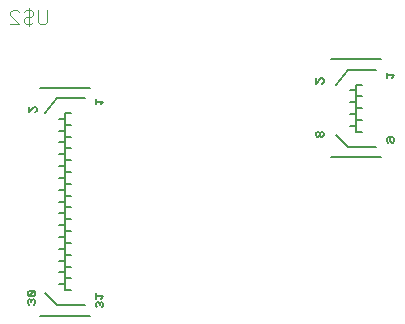
<source format=gbo>
G75*
%MOIN*%
%OFA0B0*%
%FSLAX25Y25*%
%IPPOS*%
%LPD*%
%AMOC8*
5,1,8,0,0,1.08239X$1,22.5*
%
%ADD10C,0.00500*%
%ADD11C,0.00400*%
%ADD12C,0.00600*%
D10*
X0128526Y0027983D02*
X0145061Y0027983D01*
X0143408Y0031527D02*
X0134117Y0031527D01*
X0130180Y0035464D01*
X0134825Y0038417D02*
X0136794Y0038417D01*
X0136794Y0040385D01*
X0138762Y0040385D01*
X0136794Y0040385D02*
X0136794Y0042354D01*
X0134825Y0042354D01*
X0136794Y0042354D02*
X0136794Y0044322D01*
X0138762Y0044322D01*
X0136794Y0044322D02*
X0136794Y0046291D01*
X0134825Y0046291D01*
X0136794Y0046291D02*
X0136794Y0048259D01*
X0138762Y0048259D01*
X0136794Y0048259D02*
X0136794Y0050228D01*
X0134825Y0050228D01*
X0136794Y0050228D02*
X0136794Y0052196D01*
X0138762Y0052196D01*
X0136794Y0052196D02*
X0136794Y0054165D01*
X0134825Y0054165D01*
X0136794Y0054165D02*
X0136794Y0056133D01*
X0138762Y0056133D01*
X0136794Y0056133D02*
X0136794Y0058102D01*
X0134825Y0058102D01*
X0136794Y0058102D02*
X0136794Y0060070D01*
X0138762Y0060070D01*
X0136794Y0060070D02*
X0136794Y0062039D01*
X0134825Y0062039D01*
X0136794Y0062039D02*
X0136794Y0064007D01*
X0138762Y0064007D01*
X0136794Y0064007D02*
X0136794Y0065976D01*
X0134825Y0065976D01*
X0136794Y0065976D02*
X0136794Y0067944D01*
X0138762Y0067944D01*
X0136794Y0067944D02*
X0136794Y0069913D01*
X0134825Y0069913D01*
X0136794Y0069913D02*
X0136794Y0071881D01*
X0138762Y0071881D01*
X0136794Y0071881D02*
X0136794Y0073850D01*
X0134825Y0073850D01*
X0136794Y0073850D02*
X0136794Y0075818D01*
X0138762Y0075818D01*
X0136794Y0075818D02*
X0136794Y0077787D01*
X0134825Y0077787D01*
X0136794Y0077787D02*
X0136794Y0079755D01*
X0138762Y0079755D01*
X0136794Y0079755D02*
X0136794Y0081724D01*
X0134825Y0081724D01*
X0136794Y0081724D02*
X0136794Y0083692D01*
X0138762Y0083692D01*
X0136794Y0083692D02*
X0136794Y0085661D01*
X0134825Y0085661D01*
X0136794Y0085661D02*
X0136794Y0087629D01*
X0138762Y0087629D01*
X0136794Y0087629D02*
X0136794Y0089598D01*
X0134825Y0089598D01*
X0136794Y0089598D02*
X0136794Y0091566D01*
X0138762Y0091566D01*
X0136794Y0091566D02*
X0136794Y0093535D01*
X0134825Y0093535D01*
X0136794Y0093535D02*
X0136794Y0095503D01*
X0138762Y0095503D01*
X0134117Y0100424D02*
X0130180Y0095503D01*
X0134117Y0100424D02*
X0143408Y0100424D01*
X0145061Y0103968D02*
X0128526Y0103968D01*
X0136794Y0038417D02*
X0136794Y0036448D01*
X0138762Y0036448D01*
X0225504Y0080771D02*
X0242039Y0080771D01*
X0240386Y0084314D02*
X0231094Y0084314D01*
X0227157Y0088251D01*
X0231803Y0091204D02*
X0233772Y0091204D01*
X0233772Y0093172D01*
X0235740Y0093172D01*
X0233772Y0093172D02*
X0233772Y0095141D01*
X0231803Y0095141D01*
X0233772Y0095141D02*
X0233772Y0097109D01*
X0235740Y0097109D01*
X0233772Y0097109D02*
X0233772Y0099078D01*
X0231803Y0099078D01*
X0233772Y0099078D02*
X0233772Y0101046D01*
X0235740Y0101046D01*
X0233772Y0101046D02*
X0233772Y0103015D01*
X0231803Y0103015D01*
X0233772Y0103015D02*
X0233772Y0104983D01*
X0235740Y0104983D01*
X0231094Y0109905D02*
X0227157Y0104983D01*
X0231094Y0109905D02*
X0240386Y0109905D01*
X0242039Y0113448D02*
X0225504Y0113448D01*
X0233772Y0091204D02*
X0233772Y0089235D01*
X0235740Y0089235D01*
D11*
X0130754Y0125928D02*
X0129986Y0125161D01*
X0128452Y0125161D01*
X0127684Y0125928D01*
X0127684Y0129765D01*
X0126150Y0128997D02*
X0125382Y0129765D01*
X0123848Y0129765D01*
X0123080Y0128997D01*
X0121546Y0128997D02*
X0120778Y0129765D01*
X0119244Y0129765D01*
X0118476Y0128997D01*
X0118476Y0128230D01*
X0121546Y0125161D01*
X0118476Y0125161D01*
X0123080Y0125928D02*
X0123848Y0125161D01*
X0125382Y0125161D01*
X0126150Y0125928D01*
X0125382Y0127463D02*
X0126150Y0128230D01*
X0126150Y0128997D01*
X0125382Y0127463D02*
X0123848Y0127463D01*
X0123080Y0126695D01*
X0123080Y0125928D01*
X0124615Y0124393D02*
X0124615Y0130532D01*
X0130754Y0129765D02*
X0130754Y0125928D01*
D12*
X0124239Y0032024D02*
X0124673Y0031591D01*
X0124239Y0032024D02*
X0124239Y0032892D01*
X0124673Y0033325D01*
X0125107Y0033325D01*
X0125540Y0032892D01*
X0125540Y0032458D01*
X0125540Y0032892D02*
X0125974Y0033325D01*
X0126408Y0033325D01*
X0126842Y0032892D01*
X0126842Y0032024D01*
X0126408Y0031591D01*
X0126408Y0034537D02*
X0124673Y0034537D01*
X0126408Y0036272D01*
X0124673Y0036272D01*
X0124239Y0035838D01*
X0124239Y0034971D01*
X0124673Y0034537D01*
X0126408Y0034537D02*
X0126842Y0034971D01*
X0126842Y0035838D01*
X0126408Y0036272D01*
X0146936Y0035347D02*
X0146936Y0033612D01*
X0146936Y0034479D02*
X0149538Y0034479D01*
X0148671Y0033612D01*
X0148671Y0032400D02*
X0148237Y0031966D01*
X0147804Y0032400D01*
X0147370Y0032400D01*
X0146936Y0031966D01*
X0146936Y0031099D01*
X0147370Y0030665D01*
X0148237Y0031533D02*
X0148237Y0031966D01*
X0148671Y0032400D02*
X0149105Y0032400D01*
X0149538Y0031966D01*
X0149538Y0031099D01*
X0149105Y0030665D01*
X0220292Y0088001D02*
X0220726Y0087567D01*
X0221160Y0087567D01*
X0221593Y0088001D01*
X0221593Y0088868D01*
X0221160Y0089302D01*
X0220726Y0089302D01*
X0220292Y0088868D01*
X0220292Y0088001D01*
X0221593Y0088001D02*
X0222027Y0087567D01*
X0222461Y0087567D01*
X0222894Y0088001D01*
X0222894Y0088868D01*
X0222461Y0089302D01*
X0222027Y0089302D01*
X0221593Y0088868D01*
X0243914Y0086900D02*
X0244348Y0087333D01*
X0246083Y0087333D01*
X0246516Y0086900D01*
X0246516Y0086032D01*
X0246083Y0085598D01*
X0245649Y0085598D01*
X0245215Y0086032D01*
X0245215Y0087333D01*
X0243914Y0086900D02*
X0243914Y0086032D01*
X0244348Y0085598D01*
X0222894Y0105717D02*
X0222461Y0105283D01*
X0222894Y0105717D02*
X0222894Y0106585D01*
X0222461Y0107018D01*
X0222027Y0107018D01*
X0220292Y0105283D01*
X0220292Y0107018D01*
X0243914Y0107252D02*
X0243914Y0108987D01*
X0243914Y0108119D02*
X0246516Y0108119D01*
X0245649Y0107252D01*
X0149538Y0099210D02*
X0148671Y0098343D01*
X0149538Y0099210D02*
X0146936Y0099210D01*
X0146936Y0098343D02*
X0146936Y0100077D01*
X0127235Y0097144D02*
X0127235Y0096276D01*
X0126802Y0095843D01*
X0127235Y0097144D02*
X0126802Y0097577D01*
X0126368Y0097577D01*
X0124633Y0095843D01*
X0124633Y0097577D01*
M02*

</source>
